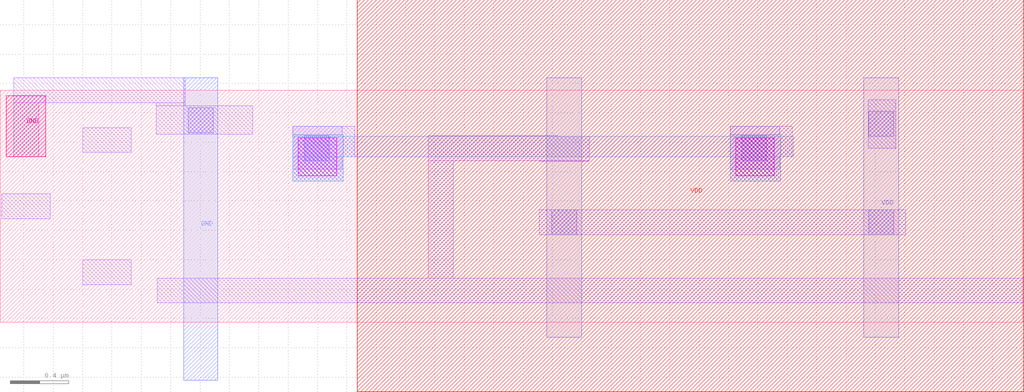
<source format=lef>
# Copyright 2020 The SkyWater PDK Authors
#
# Licensed under the Apache License, Version 2.0 (the "License");
# you may not use this file except in compliance with the License.
# You may obtain a copy of the License at
#
#     https://www.apache.org/licenses/LICENSE-2.0
#
# Unless required by applicable law or agreed to in writing, software
# distributed under the License is distributed on an "AS IS" BASIS,
# WITHOUT WARRANTIES OR CONDITIONS OF ANY KIND, either express or implied.
# See the License for the specific language governing permissions and
# limitations under the License.
#
# SPDX-License-Identifier: Apache-2.0

VERSION 5.7 ;
  NOWIREEXTENSIONATPIN ON ;
  DIVIDERCHAR "/" ;
  BUSBITCHARS "[]" ;
MACRO sky130_fd_bd_sram__openram_nand3_dec
  CLASS BLOCK ;
  FOREIGN sky130_fd_bd_sram__openram_nand3_dec ;
  ORIGIN  0.360000 -0.175000 ;
  SIZE  6.965000 BY  1.580000 ;
  PIN GND
    ANTENNADIFFAREA  0.374750 ;
    PORT
      LAYER met1 ;
        RECT 0.890000 -0.220000 1.120000 1.840000 ;
      LAYER pwell ;
        RECT -0.320000 1.300000 -0.050000 1.715000 ;
    END
  END GND
  PIN VDD
    ANTENNADIFFAREA  0.844200 ;
    PORT
      LAYER met1 ;
        RECT 3.360000 0.070000 3.600000 1.840000 ;
        RECT 5.520000 0.070000 5.760000 1.840000 ;
      LAYER nwell ;
        RECT 2.070000 -0.300000 6.610000 2.370000 ;
    END
  END VDD
  OBS
    LAYER li1 ;
      RECT -0.350000 0.880000 -0.020000 1.050000 ;
      RECT -0.270000 1.300000 -0.100000 1.670000 ;
      RECT -0.270000 1.670000  0.900000 1.840000 ;
      RECT  0.200000 0.430000  0.530000 0.600000 ;
      RECT  0.200000 1.330000  0.530000 1.500000 ;
      RECT  0.700000 1.455000  1.360000 1.650000 ;
      RECT  0.700000 1.650000  0.900000 1.670000 ;
      RECT  0.710000 0.305000  6.610000 0.475000 ;
      RECT  1.630000 1.215000  1.970000 1.300000 ;
      RECT  1.630000 1.300000  2.055000 1.510000 ;
      RECT  2.555000 0.475000  2.725000 1.275000 ;
      RECT  2.555000 1.275000  3.650000 1.440000 ;
      RECT  2.555000 1.440000  3.435000 1.445000 ;
      RECT  3.310000 0.770000  5.805000 0.940000 ;
      RECT  3.310000 1.270000  3.650000 1.275000 ;
      RECT  4.610000 1.215000  4.950000 1.300000 ;
      RECT  4.610000 1.300000  5.035000 1.510000 ;
      RECT  5.550000 1.360000  5.740000 1.690000 ;
    LAYER mcon ;
      RECT 0.920000 1.465000 1.090000 1.635000 ;
      RECT 1.710000 1.275000 1.880000 1.445000 ;
      RECT 3.395000 0.770000 3.565000 0.940000 ;
      RECT 4.690000 1.275000 4.860000 1.445000 ;
      RECT 5.555000 0.770000 5.725000 0.940000 ;
      RECT 5.555000 1.440000 5.725000 1.610000 ;
    LAYER met1 ;
      RECT 1.630000 1.135000 1.975000 1.450000 ;
      RECT 1.630000 1.450000 1.970000 1.510000 ;
      RECT 4.610000 1.135000 4.955000 1.450000 ;
      RECT 4.610000 1.450000 4.950000 1.510000 ;
    LAYER met2 ;
      RECT 1.630000 1.135000 1.975000 1.300000 ;
      RECT 1.630000 1.300000 5.045000 1.440000 ;
      RECT 4.610000 1.135000 4.955000 1.300000 ;
    LAYER via ;
      RECT 1.670000 1.170000 1.930000 1.430000 ;
      RECT 4.650000 1.170000 4.910000 1.430000 ;
  END
END sky130_fd_bd_sram__openram_nand3_dec
END LIBRARY

</source>
